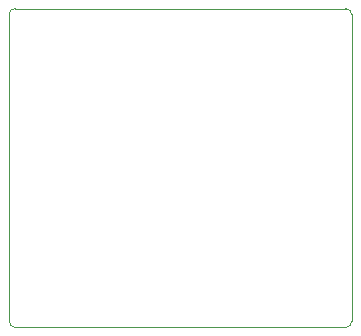
<source format=gbr>
%TF.GenerationSoftware,KiCad,Pcbnew,8.0.3*%
%TF.CreationDate,2024-07-08T02:18:10-04:00*%
%TF.ProjectId,USB-C-3-way-splitter-V4,5553422d-432d-4332-9d77-61792d73706c,rev?*%
%TF.SameCoordinates,Original*%
%TF.FileFunction,Profile,NP*%
%FSLAX46Y46*%
G04 Gerber Fmt 4.6, Leading zero omitted, Abs format (unit mm)*
G04 Created by KiCad (PCBNEW 8.0.3) date 2024-07-08 02:18:10*
%MOMM*%
%LPD*%
G01*
G04 APERTURE LIST*
%TA.AperFunction,Profile*%
%ADD10C,0.100000*%
%TD*%
G04 APERTURE END LIST*
D10*
X27000000Y13500000D02*
X-1000000Y13500000D01*
X27500000Y13000000D02*
X27500000Y-13000000D01*
X27000000Y13500000D02*
G75*
G02*
X27500000Y13000000I0J-500000D01*
G01*
X27000000Y-13500000D02*
X-1000000Y-13500000D01*
X-1000000Y-13500000D02*
G75*
G02*
X-1500000Y-13000000I1J500001D01*
G01*
X-1500000Y13000000D02*
X-1500000Y-13000000D01*
X-1500000Y13000000D02*
G75*
G02*
X-1000000Y13500000I500001J-1D01*
G01*
X27500000Y-13000000D02*
G75*
G02*
X27000000Y-13500000I-500000J0D01*
G01*
M02*

</source>
